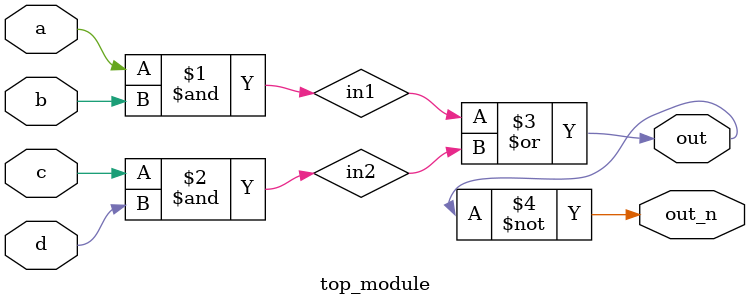
<source format=v>

`default_nettype none
module top_module(
    input a,
    input b,
    input c,
    input d,
    output out,
    output out_n   ); 
wire in1,in2,out1,out2;
    assign in1 = a&b;
    assign in2 = c&d;
    assign out = in1|in2;
    assign out_n = ~out;
endmodule

</source>
